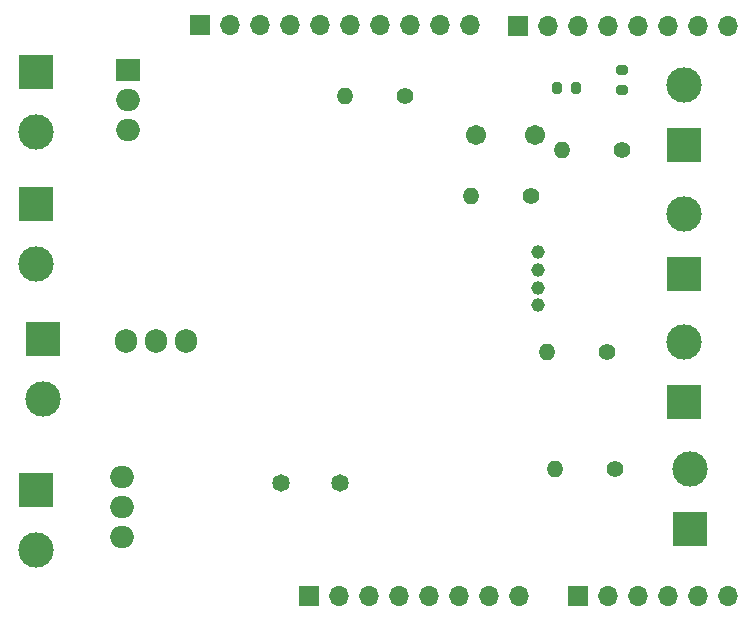
<source format=gts>
%TF.GenerationSoftware,KiCad,Pcbnew,(6.0.2)*%
%TF.CreationDate,2024-04-01T14:50:51-05:00*%
%TF.ProjectId,Security_Mat,53656375-7269-4747-995f-4d61742e6b69,rev?*%
%TF.SameCoordinates,Original*%
%TF.FileFunction,Soldermask,Top*%
%TF.FilePolarity,Negative*%
%FSLAX46Y46*%
G04 Gerber Fmt 4.6, Leading zero omitted, Abs format (unit mm)*
G04 Created by KiCad (PCBNEW (6.0.2)) date 2024-04-01 14:50:51*
%MOMM*%
%LPD*%
G01*
G04 APERTURE LIST*
G04 Aperture macros list*
%AMRoundRect*
0 Rectangle with rounded corners*
0 $1 Rounding radius*
0 $2 $3 $4 $5 $6 $7 $8 $9 X,Y pos of 4 corners*
0 Add a 4 corners polygon primitive as box body*
4,1,4,$2,$3,$4,$5,$6,$7,$8,$9,$2,$3,0*
0 Add four circle primitives for the rounded corners*
1,1,$1+$1,$2,$3*
1,1,$1+$1,$4,$5*
1,1,$1+$1,$6,$7*
1,1,$1+$1,$8,$9*
0 Add four rect primitives between the rounded corners*
20,1,$1+$1,$2,$3,$4,$5,0*
20,1,$1+$1,$4,$5,$6,$7,0*
20,1,$1+$1,$6,$7,$8,$9,0*
20,1,$1+$1,$8,$9,$2,$3,0*%
G04 Aperture macros list end*
%ADD10C,1.400000*%
%ADD11O,1.400000X1.400000*%
%ADD12RoundRect,0.200000X-0.275000X0.200000X-0.275000X-0.200000X0.275000X-0.200000X0.275000X0.200000X0*%
%ADD13R,3.000000X3.000000*%
%ADD14C,3.000000*%
%ADD15R,1.700000X1.700000*%
%ADD16O,1.700000X1.700000*%
%ADD17O,2.000000X1.905000*%
%ADD18C,1.712000*%
%ADD19R,2.000000X1.905000*%
%ADD20C,1.170000*%
%ADD21RoundRect,0.200000X-0.200000X-0.275000X0.200000X-0.275000X0.200000X0.275000X-0.200000X0.275000X0*%
%ADD22C,1.484000*%
%ADD23O,1.905000X2.000000*%
G04 APERTURE END LIST*
D10*
%TO.C,R6*%
X155067000Y-76835000D03*
D11*
X149987000Y-76835000D03*
%TD*%
D12*
%TO.C,R2*%
X162814000Y-66167000D03*
X162814000Y-67817000D03*
%TD*%
D13*
%TO.C,J9*%
X113157000Y-101727000D03*
D14*
X113157000Y-106807000D03*
%TD*%
D15*
%TO.C,J8*%
X153990000Y-62390000D03*
D16*
X156530000Y-62390000D03*
X159070000Y-62390000D03*
X161610000Y-62390000D03*
X164150000Y-62390000D03*
X166690000Y-62390000D03*
X169230000Y-62390000D03*
X171770000Y-62390000D03*
%TD*%
D10*
%TO.C,R3*%
X162814000Y-72898000D03*
D11*
X157734000Y-72898000D03*
%TD*%
D10*
%TO.C,R7*%
X144399000Y-68326000D03*
D11*
X139319000Y-68326000D03*
%TD*%
D17*
%TO.C,Q2*%
X120467000Y-100584000D03*
X120467000Y-103124000D03*
X120467000Y-105664000D03*
%TD*%
D13*
%TO.C,J2*%
X168021000Y-83439000D03*
D14*
X168021000Y-78359000D03*
%TD*%
D13*
%TO.C,J3*%
X168021000Y-94234000D03*
D14*
X168021000Y-89154000D03*
%TD*%
D15*
%TO.C,J7*%
X127100000Y-62350000D03*
D16*
X129640000Y-62350000D03*
X132180000Y-62350000D03*
X134720000Y-62350000D03*
X137260000Y-62350000D03*
X139800000Y-62350000D03*
X142340000Y-62350000D03*
X144880000Y-62350000D03*
X147420000Y-62350000D03*
X149960000Y-62350000D03*
%TD*%
D15*
%TO.C,J5*%
X136300000Y-110700000D03*
D16*
X138840000Y-110700000D03*
X141380000Y-110700000D03*
X143920000Y-110700000D03*
X146460000Y-110700000D03*
X149000000Y-110700000D03*
X151540000Y-110700000D03*
X154080000Y-110700000D03*
%TD*%
D10*
%TO.C,R4*%
X161544000Y-90043000D03*
D11*
X156464000Y-90043000D03*
%TD*%
D18*
%TO.C,SW1*%
X150408000Y-71628000D03*
X155408000Y-71628000D03*
%TD*%
D19*
%TO.C,Q3*%
X120975000Y-66167000D03*
D17*
X120975000Y-68707000D03*
X120975000Y-71247000D03*
%TD*%
D15*
%TO.C,J6*%
X159070000Y-110650000D03*
D16*
X161610000Y-110650000D03*
X164150000Y-110650000D03*
X166690000Y-110650000D03*
X169230000Y-110650000D03*
X171770000Y-110650000D03*
%TD*%
D13*
%TO.C,J1*%
X168021000Y-72517000D03*
D14*
X168021000Y-67437000D03*
%TD*%
D20*
%TO.C,U1*%
X155644000Y-81570000D03*
X155644000Y-83070000D03*
X155644000Y-84570000D03*
X155644000Y-86070000D03*
%TD*%
D21*
%TO.C,R1*%
X157290000Y-67691000D03*
X158940000Y-67691000D03*
%TD*%
D13*
%TO.C,J10*%
X113157000Y-66294000D03*
D14*
X113157000Y-71374000D03*
%TD*%
D10*
%TO.C,R5*%
X162179000Y-99949000D03*
D11*
X157099000Y-99949000D03*
%TD*%
D22*
%TO.C,LS1*%
X138898000Y-101092000D03*
X133898000Y-101092000D03*
%TD*%
D13*
%TO.C,J11*%
X113157000Y-77470000D03*
D14*
X113157000Y-82550000D03*
%TD*%
D13*
%TO.C,J4*%
X168529000Y-105029000D03*
D14*
X168529000Y-99949000D03*
%TD*%
D13*
%TO.C,J12*%
X113792000Y-88900000D03*
D14*
X113792000Y-93980000D03*
%TD*%
D23*
%TO.C,Q1*%
X120777000Y-89083000D03*
X123317000Y-89083000D03*
X125857000Y-89083000D03*
%TD*%
M02*

</source>
